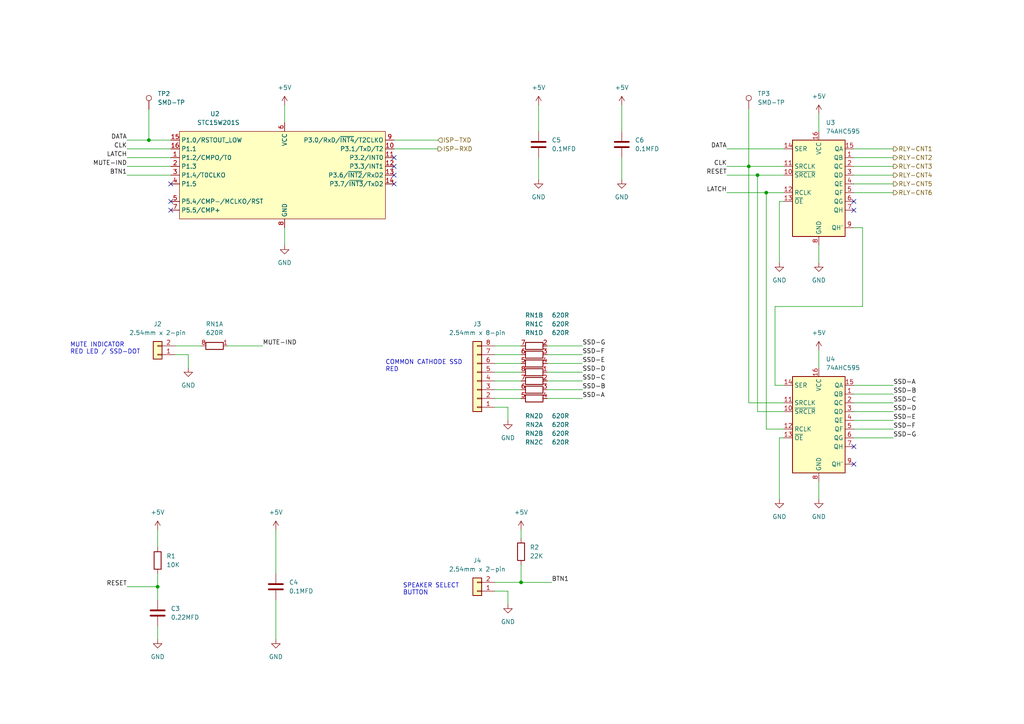
<source format=kicad_sch>
(kicad_sch (version 20211123) (generator eeschema)
  (paper "A4")
  (title_block (title "6-Channel Speaker Selector") (date "2022-11-04") (rev "2.0.0") (company "Dilshan R Jayakody") (comment 1 "jayakody2000lk.blogspot.com") (comment 2 "jayakody2000lk@gmail.com") (comment 3 "https://github.com/dilshan/6ch-speaker-selector"))
  (lib_symbols
    (symbol "74xx:74AHC595"
      (property "Reference" "U" (at -7.62 13.97 0))
      (property "Value" "74AHC595" (at -7.62 -16.51 0))
      (symbol "74AHC595_1_0"
        (pin tri_state line (at 10.16 7.62 180) (length 2.54) (name "QB") (number "1"))
        (pin input line (at -10.16 2.54 0) (length 2.54) (name "~{SRCLR}") (number "10"))
        (pin input line (at -10.16 5.08 0) (length 2.54) (name "SRCLK") (number "11"))
        (pin input line (at -10.16 -2.54 0) (length 2.54) (name "RCLK") (number "12"))
        (pin input line (at -10.16 -5.08 0) (length 2.54) (name "~{OE}") (number "13"))
        (pin input line (at -10.16 10.16 0) (length 2.54) (name "SER") (number "14"))
        (pin tri_state line (at 10.16 10.16 180) (length 2.54) (name "QA") (number "15"))
        (pin power_in line (at 0 15.24 270) (length 2.54) (name "VCC") (number "16"))
        (pin tri_state line (at 10.16 5.08 180) (length 2.54) (name "QC") (number "2"))
        (pin tri_state line (at 10.16 2.54 180) (length 2.54) (name "QD") (number "3"))
        (pin tri_state line (at 10.16 0 180) (length 2.54) (name "QE") (number "4"))
        (pin tri_state line (at 10.16 -2.54 180) (length 2.54) (name "QF") (number "5"))
        (pin tri_state line (at 10.16 -5.08 180) (length 2.54) (name "QG") (number "6"))
        (pin tri_state line (at 10.16 -7.62 180) (length 2.54) (name "QH") (number "7"))
        (pin power_in line (at 0 -17.78 90) (length 2.54) (name "GND") (number "8"))
        (pin output line (at 10.16 -12.7 180) (length 2.54) (name "QH'") (number "9"))
      )
      (symbol "74AHC595_1_1"
        (rectangle (start -7.62 12.7) (end 7.62 -15.24) (stroke (width 0.254)) (fill (type background)))
      )
    )
    (symbol "Connector:TestPoint" (pin_numbers hide) (pin_names (offset 0.762) hide)
      (property "Reference" "TP" (at 0 6.858 0))
      (property "Value" "TestPoint" (at 0 5.08 0))
      (symbol "TestPoint_0_1"
        (circle (center 0 3.302) (radius 0.762))
      )
      (symbol "TestPoint_1_1"
        (pin passive line (at 0 0 90) (length 2.54) (name "1") (number "1"))
      )
    )
    (symbol "Connector_Generic:Conn_01x02" (pin_names (offset 1.016) hide)
      (property "Reference" "J" (at 0 2.54 0))
      (property "Value" "Conn_01x02" (at 0 -5.08 0))
      (symbol "Conn_01x02_1_1"
        (rectangle (start -1.27 -2.413) (end 0 -2.667) (stroke (width 0.1524)))
        (rectangle (start -1.27 0.127) (end 0 -0.127) (stroke (width 0.1524)))
        (rectangle (start -1.27 1.27) (end 1.27 -3.81) (stroke (width 0.254)) (fill (type background)))
        (pin passive line (at -5.08 0 0) (length 3.81) (name "Pin_1") (number "1"))
        (pin passive line (at -5.08 -2.54 0) (length 3.81) (name "Pin_2") (number "2"))
      )
    )
    (symbol "Connector_Generic:Conn_01x08" (pin_names (offset 1.016) hide)
      (property "Reference" "J" (at 0 10.16 0))
      (property "Value" "Conn_01x08" (at 0 -12.7 0))
      (symbol "Conn_01x08_1_1"
        (rectangle (start -1.27 -10.033) (end 0 -10.287) (stroke (width 0.1524)))
        (rectangle (start -1.27 -7.493) (end 0 -7.747) (stroke (width 0.1524)))
        (rectangle (start -1.27 -4.953) (end 0 -5.207) (stroke (width 0.1524)))
        (rectangle (start -1.27 -2.413) (end 0 -2.667) (stroke (width 0.1524)))
        (rectangle (start -1.27 0.127) (end 0 -0.127) (stroke (width 0.1524)))
        (rectangle (start -1.27 2.667) (end 0 2.413) (stroke (width 0.1524)))
        (rectangle (start -1.27 5.207) (end 0 4.953) (stroke (width 0.1524)))
        (rectangle (start -1.27 7.747) (end 0 7.493) (stroke (width 0.1524)))
        (rectangle (start -1.27 8.89) (end 1.27 -11.43) (stroke (width 0.254)) (fill (type background)))
        (pin passive line (at -5.08 7.62 0) (length 3.81) (name "Pin_1") (number "1"))
        (pin passive line (at -5.08 5.08 0) (length 3.81) (name "Pin_2") (number "2"))
        (pin passive line (at -5.08 2.54 0) (length 3.81) (name "Pin_3") (number "3"))
        (pin passive line (at -5.08 0 0) (length 3.81) (name "Pin_4") (number "4"))
        (pin passive line (at -5.08 -2.54 0) (length 3.81) (name "Pin_5") (number "5"))
        (pin passive line (at -5.08 -5.08 0) (length 3.81) (name "Pin_6") (number "6"))
        (pin passive line (at -5.08 -7.62 0) (length 3.81) (name "Pin_7") (number "7"))
        (pin passive line (at -5.08 -10.16 0) (length 3.81) (name "Pin_8") (number "8"))
      )
    )
    (symbol "Device:C" (pin_numbers hide) (pin_names (offset 0.254))
      (property "Reference" "C" (at 0.635 2.54 0))
      (property "Value" "C" (at 0.635 -2.54 0))
      (symbol "C_0_1"
        (polyline (pts (xy -2.032 -0.762) (xy 2.032 -0.762)) (stroke (width 0.508)))
        (polyline (pts (xy -2.032 0.762) (xy 2.032 0.762)) (stroke (width 0.508)))
      )
      (symbol "C_1_1"
        (pin passive line (at 0 3.81 270) (length 2.794) (name "~") (number "1"))
        (pin passive line (at 0 -3.81 90) (length 2.794) (name "~") (number "2"))
      )
    )
    (symbol "Device:R" (pin_numbers hide) (pin_names (offset 0))
      (property "Reference" "R" (at 2.032 0 90))
      (property "Value" "R" (at 0 0 90))
      (symbol "R_0_1"
        (rectangle (start -1.016 -2.54) (end 1.016 2.54) (stroke (width 0.254)))
      )
      (symbol "R_1_1"
        (pin passive line (at 0 3.81 270) (length 1.27) (name "~") (number "1"))
        (pin passive line (at 0 -3.81 90) (length 1.27) (name "~") (number "2"))
      )
    )
    (symbol "Device:R_Pack04_Split" (pin_names (offset 0) hide)
      (property "Reference" "RN" (at 2.032 0 90))
      (property "Value" "R_Pack04_Split" (at 0 0 90))
      (symbol "R_Pack04_Split_0_1"
        (rectangle (start 1.016 2.54) (end -1.016 -2.54) (stroke (width 0.254)))
      )
      (symbol "R_Pack04_Split_1_1"
        (pin passive line (at 0 -3.81 90) (length 1.27) (name "R1.1") (number "1"))
        (pin passive line (at 0 3.81 270) (length 1.27) (name "R1.2") (number "8"))
      )
      (symbol "R_Pack04_Split_2_1"
        (pin passive line (at 0 -3.81 90) (length 1.27) (name "R2.1") (number "2"))
        (pin passive line (at 0 3.81 270) (length 1.27) (name "R2.2") (number "7"))
      )
      (symbol "R_Pack04_Split_3_1"
        (pin passive line (at 0 -3.81 90) (length 1.27) (name "R3.1") (number "3"))
        (pin passive line (at 0 3.81 270) (length 1.27) (name "R3.2") (number "6"))
      )
      (symbol "R_Pack04_Split_4_1"
        (pin passive line (at 0 -3.81 90) (length 1.27) (name "R4.1") (number "4"))
        (pin passive line (at 0 3.81 270) (length 1.27) (name "R4.2") (number "5"))
      )
    )
    (symbol "power:+5V" (power) (pin_names (offset 0))
      (property "Value" "+5V" (at 0 3.556 0))
      (symbol "+5V_0_1"
        (polyline (pts (xy -0.762 1.27) (xy 0 2.54)))
        (polyline (pts (xy 0 0) (xy 0 2.54)))
        (polyline (pts (xy 0 2.54) (xy 0.762 1.27)))
      )
      (symbol "+5V_1_1"
        (pin power_in line (at 0 0 90) (length 0) hide (name "+5V") (number "1"))
      )
    )
    (symbol "power:GND" (power) (pin_names (offset 0))
      (property "Value" "GND" (at 0 -3.81 0))
      (symbol "GND_0_1"
        (polyline (pts (xy 0 0) (xy 0 -1.27) (xy 1.27 -1.27) (xy 0 -2.54) (xy -1.27 -1.27) (xy 0 -1.27)))
      )
      (symbol "GND_1_1"
        (pin power_in line (at 0 0 270) (length 0) hide (name "GND") (number "1"))
      )
    )
    (symbol "speaker-selector:STC15W201S"
      (property "Reference" "U" (at -19.05 -15.24 0))
      (property "Value" "STC15W201S" (at -13.97 12.7 0))
      (symbol "STC15W201S_0_1"
        (rectangle (start -20.32 11.43) (end 39.37 -13.97) (fill (type background)))
      )
      (symbol "STC15W201S_1_1"
        (pin bidirectional line (at -22.86 3.81 0) (length 2.54) (name "P1.2/CMPO/T0") (number "1"))
        (pin bidirectional line (at 41.91 6.35 180) (length 2.54) (name "P3.1/TxD/T2") (number "10"))
        (pin bidirectional line (at 41.91 3.81 180) (length 2.54) (name "P3.2/INT0") (number "11"))
        (pin bidirectional line (at 41.91 1.27 180) (length 2.54) (name "P3.3/INT1") (number "12"))
        (pin bidirectional line (at 41.91 -1.27 180) (length 2.54) (name "P3.6/~{INT2}/RxD2") (number "13"))
        (pin bidirectional line (at 41.91 -3.81 180) (length 2.54) (name "P3.7/~{INT3}/TxD2") (number "14"))
        (pin bidirectional line (at -22.86 8.89 0) (length 2.54) (name "P1.0/RSTOUT_LOW") (number "15"))
        (pin bidirectional line (at -22.86 6.35 0) (length 2.54) (name "P1.1") (number "16"))
        (pin bidirectional line (at -22.86 1.27 0) (length 2.54) (name "P1.3") (number "2"))
        (pin bidirectional line (at -22.86 -1.27 0) (length 2.54) (name "P1.4/T0CLKO") (number "3"))
        (pin bidirectional line (at -22.86 -3.81 0) (length 2.54) (name "P1.5") (number "4"))
        (pin bidirectional line (at -22.86 -8.89 0) (length 2.54) (name "P5.4/CMP-/MCLKO/RST") (number "5"))
        (pin power_in line (at 10.16 13.97 270) (length 2.54) (name "VCC") (number "6"))
        (pin bidirectional line (at -22.86 -11.43 0) (length 2.54) (name "P5.5/CMP+") (number "7"))
        (pin power_in line (at 10.16 -16.51 90) (length 2.54) (name "GND") (number "8"))
        (pin bidirectional line (at 41.91 8.89 180) (length 2.54) (name "P3.0/RxD/~{INT4}/T2CLKO") (number "9"))
      )
    )
  )
  (junction (at 45.72 170.18))
  (junction (at 219.71 50.8))
  (junction (at 43.18 40.64))
  (junction (at 151.13 168.91))
  (junction (at 222.25 55.88))
  (junction (at 217.17 48.26))
  (no_connect (at 247.65 58.42))
  (no_connect (at 247.65 60.96))
  (no_connect (at 49.53 60.96))
  (no_connect (at 49.53 58.42))
  (no_connect (at 49.53 53.34))
  (no_connect (at 114.3 45.72))
  (no_connect (at 114.3 48.26))
  (no_connect (at 114.3 53.34))
  (no_connect (at 114.3 50.8))
  (no_connect (at 247.65 129.54))
  (no_connect (at 247.65 134.62))
  (wire (pts (xy 158.75 105.41) (xy 168.91 105.41)))
  (wire (pts (xy 151.13 163.83) (xy 151.13 168.91)))
  (wire (pts (xy 250.19 88.9) (xy 250.19 66.04)))
  (wire (pts (xy 143.51 100.33) (xy 151.13 100.33)))
  (wire (pts (xy 45.72 166.37) (xy 45.72 170.18)))
  (wire (pts (xy 156.21 30.48) (xy 156.21 38.1)))
  (wire (pts (xy 247.65 53.34) (xy 259.08 53.34)))
  (wire (pts (xy 45.72 170.18) (xy 45.72 173.99)))
  (wire (pts (xy 247.65 45.72) (xy 259.08 45.72)))
  (wire (pts (xy 210.82 55.88) (xy 222.25 55.88)))
  (wire (pts (xy 237.49 101.6) (xy 237.49 106.68)))
  (wire (pts (xy 222.25 55.88) (xy 227.33 55.88)))
  (wire (pts (xy 143.51 168.91) (xy 151.13 168.91)))
  (wire (pts (xy 156.21 45.72) (xy 156.21 52.07)))
  (wire (pts (xy 224.79 88.9) (xy 250.19 88.9)))
  (wire (pts (xy 219.71 50.8) (xy 219.71 119.38)))
  (wire (pts (xy 50.8 100.33) (xy 58.42 100.33)))
  (wire (pts (xy 222.25 55.88) (xy 222.25 124.46)))
  (wire (pts (xy 80.01 153.67) (xy 80.01 166.37)))
  (wire (pts (xy 45.72 181.61) (xy 45.72 185.42)))
  (wire (pts (xy 180.34 45.72) (xy 180.34 52.07)))
  (wire (pts (xy 210.82 48.26) (xy 217.17 48.26)))
  (wire (pts (xy 143.51 110.49) (xy 151.13 110.49)))
  (wire (pts (xy 66.04 100.33) (xy 76.2 100.33)))
  (wire (pts (xy 36.83 48.26) (xy 49.53 48.26)))
  (wire (pts (xy 143.51 171.45) (xy 147.32 171.45)))
  (wire (pts (xy 80.01 173.99) (xy 80.01 185.42)))
  (wire (pts (xy 227.33 111.76) (xy 224.79 111.76)))
  (wire (pts (xy 224.79 111.76) (xy 224.79 88.9)))
  (wire (pts (xy 82.55 30.48) (xy 82.55 35.56)))
  (wire (pts (xy 247.65 114.3) (xy 259.08 114.3)))
  (wire (pts (xy 180.34 30.48) (xy 180.34 38.1)))
  (wire (pts (xy 143.51 118.11) (xy 147.32 118.11)))
  (wire (pts (xy 143.51 115.57) (xy 151.13 115.57)))
  (wire (pts (xy 143.51 107.95) (xy 151.13 107.95)))
  (wire (pts (xy 219.71 119.38) (xy 227.33 119.38)))
  (wire (pts (xy 247.65 127) (xy 259.08 127)))
  (wire (pts (xy 158.75 107.95) (xy 168.91 107.95)))
  (wire (pts (xy 247.65 119.38) (xy 259.08 119.38)))
  (wire (pts (xy 151.13 168.91) (xy 160.02 168.91)))
  (wire (pts (xy 247.65 111.76) (xy 259.08 111.76)))
  (wire (pts (xy 217.17 48.26) (xy 227.33 48.26)))
  (wire (pts (xy 54.61 102.87) (xy 54.61 106.68)))
  (wire (pts (xy 226.06 127) (xy 227.33 127)))
  (wire (pts (xy 147.32 118.11) (xy 147.32 121.92)))
  (wire (pts (xy 43.18 31.75) (xy 43.18 40.64)))
  (wire (pts (xy 143.51 105.41) (xy 151.13 105.41)))
  (wire (pts (xy 50.8 102.87) (xy 54.61 102.87)))
  (wire (pts (xy 247.65 48.26) (xy 259.08 48.26)))
  (wire (pts (xy 143.51 113.03) (xy 151.13 113.03)))
  (wire (pts (xy 250.19 66.04) (xy 247.65 66.04)))
  (wire (pts (xy 114.3 40.64) (xy 127 40.64)))
  (wire (pts (xy 158.75 110.49) (xy 168.91 110.49)))
  (wire (pts (xy 210.82 43.18) (xy 227.33 43.18)))
  (wire (pts (xy 82.55 66.04) (xy 82.55 71.12)))
  (wire (pts (xy 217.17 31.75) (xy 217.17 48.26)))
  (wire (pts (xy 219.71 50.8) (xy 227.33 50.8)))
  (wire (pts (xy 143.51 102.87) (xy 151.13 102.87)))
  (wire (pts (xy 158.75 115.57) (xy 168.91 115.57)))
  (wire (pts (xy 247.65 43.18) (xy 259.08 43.18)))
  (wire (pts (xy 237.49 71.12) (xy 237.49 76.2)))
  (wire (pts (xy 36.83 45.72) (xy 49.53 45.72)))
  (wire (pts (xy 114.3 43.18) (xy 127 43.18)))
  (wire (pts (xy 43.18 40.64) (xy 49.53 40.64)))
  (wire (pts (xy 247.65 116.84) (xy 259.08 116.84)))
  (wire (pts (xy 210.82 50.8) (xy 219.71 50.8)))
  (wire (pts (xy 36.83 40.64) (xy 43.18 40.64)))
  (wire (pts (xy 36.83 50.8) (xy 49.53 50.8)))
  (wire (pts (xy 217.17 116.84) (xy 227.33 116.84)))
  (wire (pts (xy 158.75 100.33) (xy 168.91 100.33)))
  (wire (pts (xy 217.17 48.26) (xy 217.17 116.84)))
  (wire (pts (xy 237.49 33.02) (xy 237.49 38.1)))
  (wire (pts (xy 147.32 171.45) (xy 147.32 175.26)))
  (wire (pts (xy 222.25 124.46) (xy 227.33 124.46)))
  (wire (pts (xy 226.06 76.2) (xy 226.06 58.42)))
  (wire (pts (xy 45.72 153.67) (xy 45.72 158.75)))
  (wire (pts (xy 237.49 139.7) (xy 237.49 144.78)))
  (wire (pts (xy 158.75 102.87) (xy 168.91 102.87)))
  (wire (pts (xy 226.06 144.78) (xy 226.06 127)))
  (wire (pts (xy 247.65 121.92) (xy 259.08 121.92)))
  (wire (pts (xy 158.75 113.03) (xy 168.91 113.03)))
  (wire (pts (xy 36.83 43.18) (xy 49.53 43.18)))
  (wire (pts (xy 247.65 50.8) (xy 259.08 50.8)))
  (wire (pts (xy 247.65 124.46) (xy 259.08 124.46)))
  (wire (pts (xy 36.83 170.18) (xy 45.72 170.18)))
  (wire (pts (xy 247.65 55.88) (xy 259.08 55.88)))
  (wire (pts (xy 151.13 153.67) (xy 151.13 156.21)))
  (wire (pts (xy 226.06 58.42) (xy 227.33 58.42)))
  (text "SPEAKER SELECT\nBUTTON" (at 116.84 172.72 0) (effects (font (size 1.27 1.27)) (justify left bottom)))
  (text "MUTE INDICATOR\nRED LED / SSD-DOT" (at 20.32 102.87 0) (effects (font (size 1.27 1.27)) (justify left bottom)))
  (text "COMMON CATHODE SSD\nRED" (at 111.76 107.95 0) (effects (font (size 1.27 1.27)) (justify left bottom)))
  (label "SSD-E" (at 259.08 121.92 0))
  (label "BTN1" (at 160.02 168.91 0))
  (label "SSD-F" (at 168.91 102.87 0))
  (label "MUTE-IND" (at 36.83 48.26 180))
  (label "MUTE-IND" (at 76.2 100.33 0))
  (label "SSD-G" (at 259.08 127 0))
  (label "RESET" (at 210.82 50.8 180))
  (label "BTN1" (at 36.83 50.8 180))
  (label "CLK" (at 210.82 48.26 180))
  (label "SSD-A" (at 259.08 111.76 0))
  (label "SSD-B" (at 259.08 114.3 0))
  (label "LATCH" (at 210.82 55.88 180))
  (label "SSD-D" (at 168.91 107.95 0))
  (label "SSD-C" (at 259.08 116.84 0))
  (label "SSD-F" (at 259.08 124.46 0))
  (label "LATCH" (at 36.83 45.72 180))
  (label "SSD-E" (at 168.91 105.41 0))
  (label "CLK" (at 36.83 43.18 180))
  (label "SSD-C" (at 168.91 110.49 0))
  (label "SSD-D" (at 259.08 119.38 0))
  (label "DATA" (at 36.83 40.64 180))
  (label "DATA" (at 210.82 43.18 180))
  (label "RESET" (at 36.83 170.18 180))
  (label "SSD-A" (at 168.91 115.57 0))
  (label "SSD-B" (at 168.91 113.03 0))
  (label "SSD-G" (at 168.91 100.33 0))
  (hierarchical_label "RLY-CNT1" (shape output) (at 259.08 43.18 0))
  (hierarchical_label "RLY-CNT4" (shape output) (at 259.08 50.8 0))
  (hierarchical_label "RLY-CNT2" (shape output) (at 259.08 45.72 0))
  (hierarchical_label "RLY-CNT5" (shape output) (at 259.08 53.34 0))
  (hierarchical_label "ISP-TXD" (shape input) (at 127 40.64 0))
  (hierarchical_label "RLY-CNT3" (shape output) (at 259.08 48.26 0))
  (hierarchical_label "ISP-RXD" (shape output) (at 127 43.18 0))
  (hierarchical_label "RLY-CNT6" (shape output) (at 259.08 55.88 0))
  (symbol (lib_id "power:+5V") (at 237.49 33.02 0) (unit 1)
    (property "Reference" "#PWR027" (effects hide))
    (property "Value" "+5V" (at 237.49 27.94 0))
  )
  (symbol (lib_id "power:+5V") (at 80.01 153.67 0) (unit 1)
    (property "Reference" "#PWR014" (effects hide))
    (property "Value" "+5V" (at 80.01 148.59 0))
  )
  (symbol (lib_id "power:GND") (at 156.21 52.07 0) (unit 1)
    (property "Reference" "#PWR022" (effects hide))
    (property "Value" "GND" (at 156.21 57.15 0))
  )
  (symbol (lib_id "Device:C") (at 156.21 41.91 0) (unit 1)
    (property "Reference" "C5" (at 160.02 40.6399 0) (effects (justify left)))
    (property "Value" "0.1MFD" (at 160.02 43.1799 0) (effects (justify left)))
    (property "Footprint" "Capacitor_SMD:C_0805_2012Metric_Pad1.18x1.45mm_HandSolder" (effects hide))
  )
  (symbol (lib_id "speaker-selector:STC15W201S") (at 72.39 49.53 0) (unit 1)
    (property "Reference" "U2" (at 60.96 33.02 0) (effects (justify left)))
    (property "Value" "STC15W201S" (at 57.15 35.56 0) (effects (justify left)))
    (property "Footprint" "Package_SO:SOP-16_3.9x9.9mm_P1.27mm" (effects hide))
  )
  (symbol (lib_id "Device:R_Pack04_Split") (at 154.94 110.49 90) (unit 2)
    (property "Reference" "RN2" (at 154.94 125.73 90))
    (property "Value" "620R" (at 162.56 125.73 90))
    (property "Footprint" "Resistor_SMD:R_Array_Concave_4x0603" (effects hide))
  )
  (symbol (lib_id "power:GND") (at 237.49 144.78 0) (unit 1)
    (property "Reference" "#PWR030" (effects hide))
    (property "Value" "GND" (at 237.49 149.86 0))
  )
  (symbol (lib_id "power:GND") (at 237.49 76.2 0) (unit 1)
    (property "Reference" "#PWR028" (effects hide))
    (property "Value" "GND" (at 237.49 81.28 0))
  )
  (symbol (lib_id "power:GND") (at 80.01 185.42 0) (unit 1)
    (property "Reference" "#PWR015" (effects hide))
    (property "Value" "GND" (at 80.01 190.5 0))
  )
  (symbol (lib_id "Device:R_Pack04_Split") (at 154.94 102.87 90) (unit 3)
    (property "Reference" "RN1" (at 154.94 93.98 90))
    (property "Value" "620R" (at 162.56 91.44 90))
    (property "Footprint" "Resistor_SMD:R_Array_Concave_4x0603" (effects hide))
  )
  (symbol (lib_id "Device:R_Pack04_Split") (at 154.94 100.33 90) (unit 2)
    (property "Reference" "RN1" (at 154.94 91.44 90))
    (property "Value" "620R" (at 162.56 93.98 90))
    (property "Footprint" "Resistor_SMD:R_Array_Concave_4x0603" (effects hide))
  )
  (symbol (lib_id "power:GND") (at 180.34 52.07 0) (unit 1)
    (property "Reference" "#PWR024" (effects hide))
    (property "Value" "GND" (at 180.34 57.15 0))
  )
  (symbol (lib_id "power:+5V") (at 237.49 101.6 0) (unit 1)
    (property "Reference" "#PWR029" (effects hide))
    (property "Value" "+5V" (at 237.49 96.52 0))
  )
  (symbol (lib_id "74xx:74AHC595") (at 237.49 53.34 0) (unit 1)
    (property "Reference" "U3" (at 239.5094 35.56 0) (effects (justify left)))
    (property "Value" "74AHC595" (at 239.5094 38.1 0) (effects (justify left)))
    (property "Footprint" "Package_SO:SOP-16_3.9x9.9mm_P1.27mm" (effects hide))
    (property "Datasheet" "https://assets.nexperia.com/documents/data-sheet/74AHC_AHCT595.pdf" (effects hide))
  )
  (symbol (lib_id "Device:R") (at 45.72 162.56 0) (unit 1)
    (property "Reference" "R1" (at 48.26 161.2899 0) (effects (justify left)))
    (property "Value" "10K" (at 48.26 163.8299 0) (effects (justify left)))
    (property "Footprint" "Resistor_SMD:R_0805_2012Metric_Pad1.20x1.40mm_HandSolder" (effects hide))
  )
  (symbol (lib_id "Device:C") (at 80.01 170.18 0) (unit 1)
    (property "Reference" "C4" (at 83.82 168.9099 0) (effects (justify left)))
    (property "Value" "0.1MFD" (at 83.82 171.4499 0) (effects (justify left)))
    (property "Footprint" "Capacitor_SMD:C_0805_2012Metric_Pad1.18x1.45mm_HandSolder" (effects hide))
  )
  (symbol (lib_id "power:GND") (at 226.06 144.78 0) (unit 1)
    (property "Reference" "#PWR026" (effects hide))
    (property "Value" "GND" (at 226.06 149.86 0))
  )
  (symbol (lib_id "power:+5V") (at 156.21 30.48 0) (unit 1)
    (property "Reference" "#PWR021" (effects hide))
    (property "Value" "+5V" (at 156.21 25.4 0))
  )
  (symbol (lib_id "74xx:74AHC595") (at 237.49 121.92 0) (unit 1)
    (property "Reference" "U4" (at 239.5094 104.14 0) (effects (justify left)))
    (property "Value" "74AHC595" (at 239.5094 106.68 0) (effects (justify left)))
    (property "Footprint" "Package_SO:SOP-16_3.9x9.9mm_P1.27mm" (effects hide))
    (property "Datasheet" "https://assets.nexperia.com/documents/data-sheet/74AHC_AHCT595.pdf" (effects hide))
  )
  (symbol (lib_id "power:GND") (at 147.32 175.26 0) (unit 1)
    (property "Reference" "#PWR019" (effects hide))
    (property "Value" "GND" (at 147.32 180.34 0))
  )
  (symbol (lib_id "Device:R_Pack04_Split") (at 154.94 105.41 90) (unit 4)
    (property "Reference" "RN1" (at 154.94 96.52 90))
    (property "Value" "620R" (at 162.56 96.52 90))
    (property "Footprint" "Resistor_SMD:R_Array_Concave_4x0603" (effects hide))
  )
  (symbol (lib_id "power:+5V") (at 45.72 153.67 0) (unit 1)
    (property "Reference" "#PWR011" (effects hide))
    (property "Value" "+5V" (at 45.72 148.59 0))
  )
  (symbol (lib_id "power:GND") (at 82.55 71.12 0) (unit 1)
    (property "Reference" "#PWR017" (effects hide))
    (property "Value" "GND" (at 82.55 76.2 0))
  )
  (symbol (lib_id "Connector_Generic:Conn_01x08") (at 138.43 110.49 180) (unit 1)
    (property "Reference" "J3" (at 138.43 93.98 0))
    (property "Value" "2.54mm x 8-pin" (at 138.43 96.52 0))
    (property "Footprint" "Connector_JST:JST_EH_B8B-EH-A_1x08_P2.50mm_Vertical" (effects hide))
  )
  (symbol (lib_id "power:+5V") (at 180.34 30.48 0) (unit 1)
    (property "Reference" "#PWR023" (effects hide))
    (property "Value" "+5V" (at 180.34 25.4 0))
  )
  (symbol (lib_id "Device:R_Pack04_Split") (at 62.23 100.33 90) (unit 1)
    (property "Reference" "RN1" (at 62.23 93.98 90))
    (property "Value" "620R" (at 62.23 96.52 90))
    (property "Footprint" "Resistor_SMD:R_Array_Concave_4x0603" (effects hide))
  )
  (symbol (lib_id "Device:R_Pack04_Split") (at 154.94 107.95 90) (unit 1)
    (property "Reference" "RN2" (at 154.94 123.19 90))
    (property "Value" "620R" (at 162.56 123.19 90))
    (property "Footprint" "Resistor_SMD:R_Array_Concave_4x0603" (effects hide))
  )
  (symbol (lib_id "Connector_Generic:Conn_01x02") (at 138.43 171.45 180) (unit 1)
    (property "Reference" "J4" (at 138.43 162.56 0))
    (property "Value" "2.54mm x 2-pin" (at 138.43 165.1 0))
    (property "Footprint" "Connector_JST:JST_EH_B2B-EH-A_1x02_P2.50mm_Vertical" (effects hide))
  )
  (symbol (lib_id "power:+5V") (at 151.13 153.67 0) (unit 1)
    (property "Reference" "#PWR020" (effects hide))
    (property "Value" "+5V" (at 151.13 148.59 0))
  )
  (symbol (lib_id "Connector:TestPoint") (at 43.18 31.75 0) (unit 1)
    (property "Reference" "TP2" (at 45.72 27.1779 0) (effects (justify left)))
    (property "Value" "SMD-TP" (at 45.72 29.7179 0) (effects (justify left)))
    (property "Footprint" "TestPoint:TestPoint_Pad_D2.0mm" (effects hide))
  )
  (symbol (lib_id "power:GND") (at 45.72 185.42 0) (unit 1)
    (property "Reference" "#PWR012" (effects hide))
    (property "Value" "GND" (at 45.72 190.5 0))
  )
  (symbol (lib_id "Device:C") (at 45.72 177.8 0) (unit 1)
    (property "Reference" "C3" (at 49.53 176.5299 0) (effects (justify left)))
    (property "Value" "0.22MFD" (at 49.53 179.0699 0) (effects (justify left)))
    (property "Footprint" "Capacitor_SMD:C_0805_2012Metric_Pad1.18x1.45mm_HandSolder" (effects hide))
  )
  (symbol (lib_id "Device:R") (at 151.13 160.02 0) (unit 1)
    (property "Reference" "R2" (at 153.67 158.7499 0) (effects (justify left)))
    (property "Value" "22K" (at 153.67 161.2899 0) (effects (justify left)))
    (property "Footprint" "Resistor_SMD:R_0805_2012Metric_Pad1.20x1.40mm_HandSolder" (effects hide))
  )
  (symbol (lib_id "power:GND") (at 54.61 106.68 0) (unit 1)
    (property "Reference" "#PWR013" (effects hide))
    (property "Value" "GND" (at 54.61 111.76 0))
  )
  (symbol (lib_id "Device:C") (at 180.34 41.91 0) (unit 1)
    (property "Reference" "C6" (at 184.15 40.6399 0) (effects (justify left)))
    (property "Value" "0.1MFD" (at 184.15 43.1799 0) (effects (justify left)))
    (property "Footprint" "Capacitor_SMD:C_0805_2012Metric_Pad1.18x1.45mm_HandSolder" (effects hide))
  )
  (symbol (lib_id "Connector:TestPoint") (at 217.17 31.75 0) (unit 1)
    (property "Reference" "TP3" (at 219.71 27.1779 0) (effects (justify left)))
    (property "Value" "SMD-TP" (at 219.71 29.7179 0) (effects (justify left)))
    (property "Footprint" "TestPoint:TestPoint_Pad_D2.0mm" (effects hide))
  )
  (symbol (lib_id "power:GND") (at 147.32 121.92 0) (unit 1)
    (property "Reference" "#PWR018" (effects hide))
    (property "Value" "GND" (at 147.32 127 0))
  )
  (symbol (lib_id "Connector_Generic:Conn_01x02") (at 45.72 102.87 180) (unit 1)
    (property "Reference" "J2" (at 45.72 93.98 0))
    (property "Value" "2.54mm x 2-pin" (at 45.72 96.52 0))
    (property "Footprint" "Connector_JST:JST_EH_B2B-EH-A_1x02_P2.50mm_Vertical" (effects hide))
  )
  (symbol (lib_id "Device:R_Pack04_Split") (at 154.94 113.03 90) (unit 3)
    (property "Reference" "RN2" (at 154.94 128.27 90))
    (property "Value" "620R" (at 162.56 128.27 90))
    (property "Footprint" "Resistor_SMD:R_Array_Concave_4x0603" (effects hide))
  )
  (symbol (lib_id "Device:R_Pack04_Split") (at 154.94 115.57 90) (unit 4)
    (property "Reference" "RN2" (at 154.94 120.65 90))
    (property "Value" "620R" (at 162.56 120.65 90))
    (property "Footprint" "Resistor_SMD:R_Array_Concave_4x0603" (effects hide))
  )
  (symbol (lib_id "power:+5V") (at 82.55 30.48 0) (unit 1)
    (property "Reference" "#PWR016" (effects hide))
    (property "Value" "+5V" (at 82.55 25.4 0))
  )
  (symbol (lib_id "power:GND") (at 226.06 76.2 0) (unit 1)
    (property "Reference" "#PWR025" (effects hide))
    (property "Value" "GND" (at 226.06 81.28 0))
  )
)
</source>
